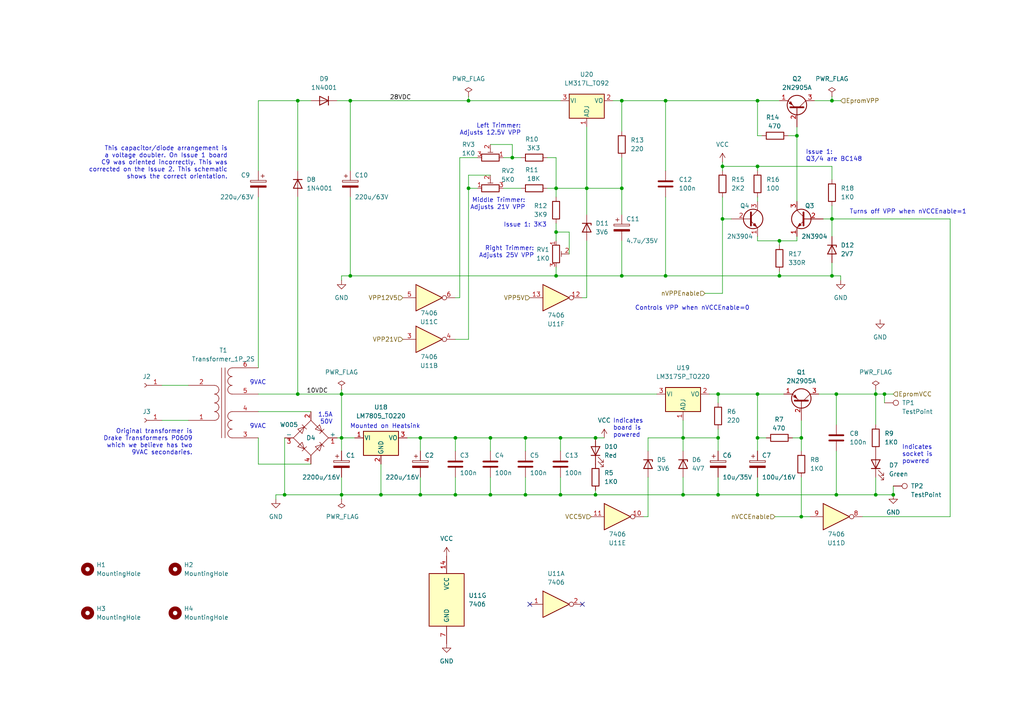
<source format=kicad_sch>
(kicad_sch (version 20211123) (generator eeschema)
  (paper "A4")
  (lib_symbols
    (symbol "74xx:74LS06" (pin_names (offset 1.016))
      (property "Reference" "U" (at 0 1.27 0))
      (property "Value" "74LS06" (at 0 -1.27 0))
      (symbol "74LS06_1_0"
        (polyline (pts (xy -3.81 3.81) (xy -3.81 -3.81) (xy 3.81 0) (xy -3.81 3.81)) (stroke (width 0.254)) (fill (type background)))
        (pin input line (at -7.62 0 0) (length 3.81) (name "~") (number "1"))
        (pin open_collector inverted (at 7.62 0 180) (length 3.81) (name "~") (number "2"))
      )
      (symbol "74LS06_2_0"
        (polyline (pts (xy -3.81 3.81) (xy -3.81 -3.81) (xy 3.81 0) (xy -3.81 3.81)) (stroke (width 0.254)) (fill (type background)))
        (pin input line (at -7.62 0 0) (length 3.81) (name "~") (number "3"))
        (pin open_collector inverted (at 7.62 0 180) (length 3.81) (name "~") (number "4"))
      )
      (symbol "74LS06_3_0"
        (polyline (pts (xy -3.81 3.81) (xy -3.81 -3.81) (xy 3.81 0) (xy -3.81 3.81)) (stroke (width 0.254)) (fill (type background)))
        (pin input line (at -7.62 0 0) (length 3.81) (name "~") (number "5"))
        (pin open_collector inverted (at 7.62 0 180) (length 3.81) (name "~") (number "6"))
      )
      (symbol "74LS06_4_0"
        (polyline (pts (xy -3.81 3.81) (xy -3.81 -3.81) (xy 3.81 0) (xy -3.81 3.81)) (stroke (width 0.254)) (fill (type background)))
        (pin open_collector inverted (at 7.62 0 180) (length 3.81) (name "~") (number "8"))
        (pin input line (at -7.62 0 0) (length 3.81) (name "~") (number "9"))
      )
      (symbol "74LS06_5_0"
        (polyline (pts (xy -3.81 3.81) (xy -3.81 -3.81) (xy 3.81 0) (xy -3.81 3.81)) (stroke (width 0.254)) (fill (type background)))
        (pin open_collector inverted (at 7.62 0 180) (length 3.81) (name "~") (number "10"))
        (pin input line (at -7.62 0 0) (length 3.81) (name "~") (number "11"))
      )
      (symbol "74LS06_6_0"
        (polyline (pts (xy -3.81 3.81) (xy -3.81 -3.81) (xy 3.81 0) (xy -3.81 3.81)) (stroke (width 0.254)) (fill (type background)))
        (pin open_collector inverted (at 7.62 0 180) (length 3.81) (name "~") (number "12"))
        (pin input line (at -7.62 0 0) (length 3.81) (name "~") (number "13"))
      )
      (symbol "74LS06_7_0"
        (pin power_in line (at 0 12.7 270) (length 5.08) (name "VCC") (number "14"))
        (pin power_in line (at 0 -12.7 90) (length 5.08) (name "GND") (number "7"))
      )
      (symbol "74LS06_7_1"
        (rectangle (start -5.08 7.62) (end 5.08 -7.62) (stroke (width 0.254)) (fill (type background)))
      )
    )
    (symbol "Connector:Conn_01x01_Female" (pin_names (offset 1.016) hide)
      (property "Reference" "J" (at 0 2.54 0))
      (property "Value" "Conn_01x01_Female" (at 0 -2.54 0))
      (symbol "Conn_01x01_Female_1_1"
        (polyline (pts (xy -1.27 0) (xy -0.508 0)) (stroke (width 0.1524)))
        (arc (start 0 0.508) (mid -0.508 0) (end 0 -0.508) (stroke (width 0.1524)))
        (pin passive line (at -5.08 0 0) (length 3.81) (name "Pin_1") (number "1"))
      )
    )
    (symbol "Connector:TestPoint" (pin_numbers hide) (pin_names (offset 0.762) hide)
      (property "Reference" "TP" (at 0 6.858 0))
      (property "Value" "TestPoint" (at 0 5.08 0))
      (symbol "TestPoint_0_1"
        (circle (center 0 3.302) (radius 0.762))
      )
      (symbol "TestPoint_1_1"
        (pin passive line (at 0 0 90) (length 2.54) (name "1") (number "1"))
      )
    )
    (symbol "Device:C" (pin_numbers hide) (pin_names (offset 0.254))
      (property "Reference" "C" (at 0.635 2.54 0))
      (property "Value" "C" (at 0.635 -2.54 0))
      (symbol "C_0_1"
        (polyline (pts (xy -2.032 -0.762) (xy 2.032 -0.762)) (stroke (width 0.508)))
        (polyline (pts (xy -2.032 0.762) (xy 2.032 0.762)) (stroke (width 0.508)))
      )
      (symbol "C_1_1"
        (pin passive line (at 0 3.81 270) (length 2.794) (name "~") (number "1"))
        (pin passive line (at 0 -3.81 90) (length 2.794) (name "~") (number "2"))
      )
    )
    (symbol "Device:C_Polarized" (pin_numbers hide) (pin_names (offset 0.254))
      (property "Reference" "C" (at 0.635 2.54 0))
      (property "Value" "C_Polarized" (at 0.635 -2.54 0))
      (symbol "C_Polarized_0_1"
        (rectangle (start -2.286 0.508) (end 2.286 1.016))
        (polyline (pts (xy -1.778 2.286) (xy -0.762 2.286)))
        (polyline (pts (xy -1.27 2.794) (xy -1.27 1.778)))
        (rectangle (start 2.286 -0.508) (end -2.286 -1.016) (fill (type outline)))
      )
      (symbol "C_Polarized_1_1"
        (pin passive line (at 0 3.81 270) (length 2.794) (name "~") (number "1"))
        (pin passive line (at 0 -3.81 90) (length 2.794) (name "~") (number "2"))
      )
    )
    (symbol "Device:D_Zener" (pin_numbers hide) (pin_names (offset 1.016) hide)
      (property "Reference" "D" (at 0 2.54 0))
      (property "Value" "D_Zener" (at 0 -2.54 0))
      (symbol "D_Zener_0_1"
        (polyline (pts (xy 1.27 0) (xy -1.27 0)))
        (polyline (pts (xy -1.27 -1.27) (xy -1.27 1.27) (xy -0.762 1.27)) (stroke (width 0.254)))
        (polyline (pts (xy 1.27 -1.27) (xy 1.27 1.27) (xy -1.27 0) (xy 1.27 -1.27)) (stroke (width 0.254)))
      )
      (symbol "D_Zener_1_1"
        (pin passive line (at -3.81 0 0) (length 2.54) (name "K") (number "1"))
        (pin passive line (at 3.81 0 180) (length 2.54) (name "A") (number "2"))
      )
    )
    (symbol "Device:LED" (pin_numbers hide) (pin_names (offset 1.016) hide)
      (property "Reference" "D" (at 0 2.54 0))
      (property "Value" "LED" (at 0 -2.54 0))
      (symbol "LED_0_1"
        (polyline (pts (xy -1.27 -1.27) (xy -1.27 1.27)) (stroke (width 0.254)))
        (polyline (pts (xy -1.27 0) (xy 1.27 0)))
        (polyline (pts (xy 1.27 -1.27) (xy 1.27 1.27) (xy -1.27 0) (xy 1.27 -1.27)) (stroke (width 0.254)))
        (polyline (pts (xy -3.048 -0.762) (xy -4.572 -2.286) (xy -3.81 -2.286) (xy -4.572 -2.286) (xy -4.572 -1.524)))
        (polyline (pts (xy -1.778 -0.762) (xy -3.302 -2.286) (xy -2.54 -2.286) (xy -3.302 -2.286) (xy -3.302 -1.524)))
      )
      (symbol "LED_1_1"
        (pin passive line (at -3.81 0 0) (length 2.54) (name "K") (number "1"))
        (pin passive line (at 3.81 0 180) (length 2.54) (name "A") (number "2"))
      )
    )
    (symbol "Device:R" (pin_numbers hide) (pin_names (offset 0))
      (property "Reference" "R" (at 2.032 0 90))
      (property "Value" "R" (at 0 0 90))
      (symbol "R_0_1"
        (rectangle (start -1.016 -2.54) (end 1.016 2.54) (stroke (width 0.254)))
      )
      (symbol "R_1_1"
        (pin passive line (at 0 3.81 270) (length 1.27) (name "~") (number "1"))
        (pin passive line (at 0 -3.81 90) (length 1.27) (name "~") (number "2"))
      )
    )
    (symbol "Device:R_Potentiometer_Trim" (pin_names (offset 1.016) hide)
      (property "Reference" "RV" (at -4.445 0 90))
      (property "Value" "R_Potentiometer_Trim" (at -2.54 0 90))
      (symbol "R_Potentiometer_Trim_0_1"
        (polyline (pts (xy 1.524 0.762) (xy 1.524 -0.762)))
        (polyline (pts (xy 2.54 0) (xy 1.524 0)))
        (rectangle (start 1.016 2.54) (end -1.016 -2.54) (stroke (width 0.254)))
      )
      (symbol "R_Potentiometer_Trim_1_1"
        (pin passive line (at 0 3.81 270) (length 1.27) (name "1") (number "1"))
        (pin passive line (at 3.81 0 180) (length 1.27) (name "2") (number "2"))
        (pin passive line (at 0 -3.81 90) (length 1.27) (name "3") (number "3"))
      )
    )
    (symbol "Device:Transformer_1P_2S" (pin_names (offset 1.016) hide)
      (property "Reference" "T" (at 0 12.7 0))
      (property "Value" "Transformer_1P_2S" (at 0 -12.7 0))
      (symbol "Transformer_1P_2S_0_1"
        (arc (start -2.54 -5.0546) (mid -1.6599 -4.6901) (end -1.27 -3.81))
        (arc (start -2.54 -2.5146) (mid -1.6599 -2.1501) (end -1.27 -1.27))
        (arc (start -2.54 0.0254) (mid -1.6599 0.3899) (end -1.27 1.27))
        (arc (start -2.54 2.5654) (mid -1.6599 2.9299) (end -1.27 3.81))
        (arc (start -1.27 -3.81) (mid -1.642 -2.912) (end -2.54 -2.54))
        (arc (start -1.27 -1.27) (mid -1.642 -0.372) (end -2.54 0))
        (arc (start -1.27 1.27) (mid -1.642 2.168) (end -2.54 2.54))
        (arc (start -1.27 3.81) (mid -1.642 4.708) (end -2.54 5.08))
        (polyline (pts (xy -0.508 -10.16) (xy -0.508 10.16)))
        (polyline (pts (xy 0.508 10.16) (xy 0.508 -10.16)))
        (arc (start 1.2954 -8.89) (mid 1.6599 -9.7701) (end 2.54 -10.1346))
        (arc (start 1.2954 -6.35) (mid 1.6599 -7.2301) (end 2.54 -7.5946))
        (arc (start 1.2954 -3.81) (mid 1.6599 -4.6901) (end 2.54 -5.0546))
        (arc (start 1.2954 3.81) (mid 1.6599 2.9299) (end 2.54 2.5654))
        (arc (start 1.2954 6.35) (mid 1.6599 5.4699) (end 2.54 5.1054))
        (arc (start 1.2954 8.89) (mid 1.6599 8.0099) (end 2.54 7.6454))
        (arc (start 2.54 -7.62) (mid 1.642 -7.992) (end 1.2954 -8.89))
        (arc (start 2.54 -5.08) (mid 1.642 -5.452) (end 1.2954 -6.35))
        (arc (start 2.54 -2.54) (mid 1.642 -2.912) (end 1.2954 -3.81))
        (arc (start 2.54 5.08) (mid 1.642 4.708) (end 1.2954 3.81))
        (arc (start 2.54 7.62) (mid 1.642 7.248) (end 1.2954 6.35))
        (arc (start 2.54 10.16) (mid 1.642 9.788) (end 1.2954 8.89))
      )
      (symbol "Transformer_1P_2S_1_1"
        (pin passive line (at -10.16 5.08 0) (length 7.62) (name "AA") (number "1"))
        (pin passive line (at -10.16 -5.08 0) (length 7.62) (name "AB") (number "2"))
        (pin passive line (at 10.16 10.16 180) (length 7.62) (name "SA") (number "3"))
        (pin passive line (at 10.16 2.54 180) (length 7.62) (name "SB") (number "4"))
        (pin passive line (at 10.16 -2.54 180) (length 7.62) (name "SC") (number "5"))
        (pin passive line (at 10.16 -10.16 180) (length 7.62) (name "SD") (number "6"))
      )
    )
    (symbol "Diode:1N4001" (pin_numbers hide) (pin_names hide)
      (property "Reference" "D" (at 0 2.54 0))
      (property "Value" "1N4001" (at 0 -2.54 0))
      (symbol "1N4001_0_1"
        (polyline (pts (xy -1.27 1.27) (xy -1.27 -1.27)) (stroke (width 0.254)))
        (polyline (pts (xy 1.27 0) (xy -1.27 0)))
        (polyline (pts (xy 1.27 1.27) (xy 1.27 -1.27) (xy -1.27 0) (xy 1.27 1.27)) (stroke (width 0.254)))
      )
      (symbol "1N4001_1_1"
        (pin passive line (at -3.81 0 0) (length 2.54) (name "K") (number "1"))
        (pin passive line (at 3.81 0 180) (length 2.54) (name "A") (number "2"))
      )
    )
    (symbol "Diode_Bridge:W005G" (pin_names (offset 0))
      (property "Reference" "D" (at 2.54 6.985 0))
      (property "Value" "W005G" (at 2.54 5.08 0))
      (symbol "W005G_0_1"
        (polyline (pts (xy -2.54 3.81) (xy -1.27 2.54)))
        (polyline (pts (xy -1.27 -2.54) (xy -2.54 -3.81)))
        (polyline (pts (xy 2.54 -1.27) (xy 3.81 -2.54)))
        (polyline (pts (xy 2.54 1.27) (xy 3.81 2.54)))
        (polyline (pts (xy -3.81 2.54) (xy -2.54 1.27) (xy -1.905 3.175) (xy -3.81 2.54)))
        (polyline (pts (xy -2.54 -1.27) (xy -3.81 -2.54) (xy -1.905 -3.175) (xy -2.54 -1.27)))
        (polyline (pts (xy 1.27 2.54) (xy 2.54 3.81) (xy 3.175 1.905) (xy 1.27 2.54)))
        (polyline (pts (xy 3.175 -1.905) (xy 1.27 -2.54) (xy 2.54 -3.81) (xy 3.175 -1.905)))
        (polyline (pts (xy -5.08 0) (xy 0 -5.08) (xy 5.08 0) (xy 0 5.08) (xy -5.08 0)))
      )
      (symbol "W005G_1_1"
        (pin passive line (at 7.62 0 180) (length 2.54) (name "+") (number "1"))
        (pin passive line (at 0 -7.62 90) (length 2.54) (name "~") (number "2"))
        (pin passive line (at -7.62 0 0) (length 2.54) (name "-") (number "3"))
        (pin passive line (at 0 7.62 270) (length 2.54) (name "~") (number "4"))
      )
    )
    (symbol "Mechanical:MountingHole" (pin_names (offset 1.016))
      (property "Reference" "H" (at 0 5.08 0))
      (property "Value" "MountingHole" (at 0 3.175 0))
      (symbol "MountingHole_0_1"
        (circle (center 0 0) (radius 1.27) (stroke (width 1.27)))
      )
    )
    (symbol "Regulator_Linear:LM317L_TO92" (pin_names (offset 0.254))
      (property "Reference" "U" (at -3.81 3.175 0))
      (property "Value" "LM317L_TO92" (at 0 3.175 0))
      (symbol "LM317L_TO92_0_1"
        (rectangle (start -5.08 1.905) (end 5.08 -5.08) (stroke (width 0.254)) (fill (type background)))
      )
      (symbol "LM317L_TO92_1_1"
        (pin input line (at 0 -7.62 90) (length 2.54) (name "ADJ") (number "1"))
        (pin power_out line (at 7.62 0 180) (length 2.54) (name "VO") (number "2"))
        (pin power_in line (at -7.62 0 0) (length 2.54) (name "VI") (number "3"))
      )
    )
    (symbol "Regulator_Linear:LM317_TO-220" (pin_names (offset 0.254))
      (property "Reference" "U" (at -3.81 3.175 0))
      (property "Value" "LM317_TO-220" (at 0 3.175 0))
      (symbol "LM317_TO-220_0_1"
        (rectangle (start -5.08 1.905) (end 5.08 -5.08) (stroke (width 0.254)) (fill (type background)))
      )
      (symbol "LM317_TO-220_1_1"
        (pin input line (at 0 -7.62 90) (length 2.54) (name "ADJ") (number "1"))
        (pin power_out line (at 7.62 0 180) (length 2.54) (name "VO") (number "2"))
        (pin power_in line (at -7.62 0 0) (length 2.54) (name "VI") (number "3"))
      )
    )
    (symbol "Regulator_Linear:LM7805_TO220" (pin_names (offset 0.254))
      (property "Reference" "U" (at -3.81 3.175 0))
      (property "Value" "LM7805_TO220" (at 0 3.175 0))
      (symbol "LM7805_TO220_0_1"
        (rectangle (start -5.08 1.905) (end 5.08 -5.08) (stroke (width 0.254)) (fill (type background)))
      )
      (symbol "LM7805_TO220_1_1"
        (pin power_in line (at -7.62 0 0) (length 2.54) (name "VI") (number "1"))
        (pin power_in line (at 0 -7.62 90) (length 2.54) (name "GND") (number "2"))
        (pin power_out line (at 7.62 0 180) (length 2.54) (name "VO") (number "3"))
      )
    )
    (symbol "Transistor_BJT:2N3904" (pin_names (offset 0) hide)
      (property "Reference" "Q" (at 5.08 1.905 0))
      (property "Value" "2N3904" (at 5.08 0 0))
      (symbol "2N3904_0_1"
        (polyline (pts (xy 0.635 0.635) (xy 2.54 2.54)))
        (polyline (pts (xy 0.635 -0.635) (xy 2.54 -2.54) (xy 2.54 -2.54)))
        (polyline (pts (xy 0.635 1.905) (xy 0.635 -1.905) (xy 0.635 -1.905)) (stroke (width 0.508)))
        (polyline (pts (xy 1.27 -1.778) (xy 1.778 -1.27) (xy 2.286 -2.286) (xy 1.27 -1.778) (xy 1.27 -1.778)) (fill (type outline)))
        (circle (center 1.27 0) (radius 2.8194) (stroke (width 0.254)))
      )
      (symbol "2N3904_1_1"
        (pin passive line (at 2.54 -5.08 90) (length 2.54) (name "E") (number "1"))
        (pin passive line (at -5.08 0 0) (length 5.715) (name "B") (number "2"))
        (pin passive line (at 2.54 5.08 270) (length 2.54) (name "C") (number "3"))
      )
    )
    (symbol "Transistor_BJT:BC160" (pin_names (offset 0) hide)
      (property "Reference" "Q" (at 5.08 1.905 0))
      (property "Value" "BC160" (at 5.08 0 0))
      (symbol "BC160_0_1"
        (polyline (pts (xy 0.635 0.635) (xy 2.54 2.54)))
        (polyline (pts (xy 0.635 -0.635) (xy 2.54 -2.54) (xy 2.54 -2.54)))
        (polyline (pts (xy 0.635 1.905) (xy 0.635 -1.905) (xy 0.635 -1.905)) (stroke (width 0.508)))
        (polyline (pts (xy 2.286 -1.778) (xy 1.778 -2.286) (xy 1.27 -1.27) (xy 2.286 -1.778) (xy 2.286 -1.778)) (fill (type outline)))
        (circle (center 1.27 0) (radius 2.8194) (stroke (width 0.254)))
      )
      (symbol "BC160_1_1"
        (pin passive line (at 2.54 -5.08 90) (length 2.54) (name "E") (number "1"))
        (pin input line (at -5.08 0 0) (length 5.715) (name "B") (number "2"))
        (pin passive line (at 2.54 5.08 270) (length 2.54) (name "C") (number "3"))
      )
    )
    (symbol "power:GND" (power) (pin_names (offset 0))
      (property "Value" "GND" (at 0 -3.81 0))
      (symbol "GND_0_1"
        (polyline (pts (xy 0 0) (xy 0 -1.27) (xy 1.27 -1.27) (xy 0 -2.54) (xy -1.27 -1.27) (xy 0 -1.27)))
      )
      (symbol "GND_1_1"
        (pin power_in line (at 0 0 270) (length 0) hide (name "GND") (number "1"))
      )
    )
    (symbol "power:PWR_FLAG" (power) (pin_numbers hide) (pin_names (offset 0) hide)
      (property "Value" "PWR_FLAG" (at 0 3.81 0))
      (symbol "PWR_FLAG_0_0"
        (pin power_out line (at 0 0 90) (length 0) (name "pwr") (number "1"))
      )
      (symbol "PWR_FLAG_0_1"
        (polyline (pts (xy 0 0) (xy 0 1.27) (xy -1.016 1.905) (xy 0 2.54) (xy 1.016 1.905) (xy 0 1.27)))
      )
    )
    (symbol "power:VCC" (power) (pin_names (offset 0))
      (property "Value" "VCC" (at 0 3.81 0))
      (symbol "VCC_0_1"
        (polyline (pts (xy -0.762 1.27) (xy 0 2.54)))
        (polyline (pts (xy 0 0) (xy 0 2.54)))
        (polyline (pts (xy 0 2.54) (xy 0.762 1.27)))
      )
      (symbol "VCC_1_1"
        (pin power_in line (at 0 0 90) (length 0) hide (name "VCC") (number "1"))
      )
    )
  )
  (junction (at 161.29 54.61))
  (junction (at 162.56 127))
  (junction (at 231.14 39.37))
  (junction (at 99.06 127))
  (junction (at 152.4 127))
  (junction (at 161.29 80.01))
  (junction (at 198.12 143.51))
  (junction (at 152.4 143.51))
  (junction (at 242.57 143.51))
  (junction (at 209.55 63.5))
  (junction (at 232.41 127))
  (junction (at 86.36 29.21))
  (junction (at 219.71 127))
  (junction (at 110.49 143.51))
  (junction (at 172.72 143.51))
  (junction (at 101.6 29.21))
  (junction (at 121.92 127))
  (junction (at 241.3 80.01))
  (junction (at 219.71 48.26))
  (junction (at 161.29 67.31))
  (junction (at 259.08 143.51))
  (junction (at 209.55 48.26))
  (junction (at 86.36 114.3))
  (junction (at 132.08 143.51))
  (junction (at 135.89 29.21))
  (junction (at 148.59 45.72))
  (junction (at 193.04 29.21))
  (junction (at 241.3 63.5))
  (junction (at 99.06 114.3))
  (junction (at 254 114.3))
  (junction (at 99.06 143.51))
  (junction (at 256.54 114.3))
  (junction (at 101.6 80.01))
  (junction (at 219.71 114.3))
  (junction (at 219.71 143.51))
  (junction (at 219.71 29.21))
  (junction (at 121.92 143.51))
  (junction (at 142.24 127))
  (junction (at 226.06 69.85))
  (junction (at 172.72 127))
  (junction (at 180.34 54.61))
  (junction (at 180.34 80.01))
  (junction (at 198.12 127))
  (junction (at 232.41 149.86))
  (junction (at 135.89 54.61))
  (junction (at 208.28 127))
  (junction (at 162.56 143.51))
  (junction (at 82.55 143.51))
  (junction (at 254 143.51))
  (junction (at 208.28 114.3))
  (junction (at 142.24 143.51))
  (junction (at 226.06 80.01))
  (junction (at 241.3 29.21))
  (junction (at 180.34 29.21))
  (junction (at 170.18 54.61))
  (junction (at 242.57 114.3))
  (junction (at 193.04 80.01))
  (junction (at 132.08 127))
  (junction (at 208.28 143.51))
  (no_connect (at 168.91 175.26))
  (no_connect (at 153.67 175.26))
  (wire (pts (xy 110.49 143.51) (xy 121.92 143.51)))
  (wire (pts (xy 101.6 29.21) (xy 97.79 29.21)))
  (wire (pts (xy 180.34 69.85) (xy 180.34 80.01)))
  (wire (pts (xy 86.36 57.15) (xy 86.36 114.3)))
  (wire (pts (xy 142.24 50.8) (xy 135.89 50.8)))
  (wire (pts (xy 121.92 138.43) (xy 121.92 143.51)))
  (wire (pts (xy 232.41 127) (xy 232.41 121.92)))
  (wire (pts (xy 74.93 127) (xy 74.93 134.62)))
  (wire (pts (xy 241.3 80.01) (xy 241.3 76.2)))
  (wire (pts (xy 242.57 114.3) (xy 254 114.3)))
  (wire (pts (xy 256.54 114.3) (xy 256.54 116.84)))
  (wire (pts (xy 86.36 29.21) (xy 86.36 49.53)))
  (wire (pts (xy 229.87 127) (xy 232.41 127)))
  (wire (pts (xy 275.59 149.86) (xy 275.59 63.5)))
  (wire (pts (xy 133.35 45.72) (xy 133.35 86.36)))
  (wire (pts (xy 99.06 114.3) (xy 99.06 127)))
  (wire (pts (xy 133.35 86.36) (xy 132.08 86.36)))
  (wire (pts (xy 209.55 63.5) (xy 209.55 85.09)))
  (wire (pts (xy 99.06 138.43) (xy 99.06 143.51)))
  (wire (pts (xy 148.59 45.72) (xy 146.05 45.72)))
  (wire (pts (xy 99.06 114.3) (xy 190.5 114.3)))
  (wire (pts (xy 110.49 134.62) (xy 110.49 143.51)))
  (wire (pts (xy 205.74 114.3) (xy 208.28 114.3)))
  (wire (pts (xy 101.6 80.01) (xy 161.29 80.01)))
  (wire (pts (xy 142.24 138.43) (xy 142.24 143.51)))
  (wire (pts (xy 99.06 144.78) (xy 99.06 143.51)))
  (wire (pts (xy 82.55 143.51) (xy 99.06 143.51)))
  (wire (pts (xy 224.79 149.86) (xy 232.41 149.86)))
  (wire (pts (xy 161.29 80.01) (xy 180.34 80.01)))
  (wire (pts (xy 101.6 29.21) (xy 101.6 49.53)))
  (wire (pts (xy 132.08 138.43) (xy 132.08 143.51)))
  (wire (pts (xy 161.29 67.31) (xy 161.29 64.77)))
  (wire (pts (xy 168.91 86.36) (xy 170.18 86.36)))
  (wire (pts (xy 133.35 45.72) (xy 138.43 45.72)))
  (wire (pts (xy 158.75 45.72) (xy 161.29 45.72)))
  (wire (pts (xy 74.93 29.21) (xy 74.93 49.53)))
  (wire (pts (xy 241.3 27.94) (xy 241.3 29.21)))
  (wire (pts (xy 165.1 67.31) (xy 161.29 67.31)))
  (wire (pts (xy 259.08 140.97) (xy 259.08 143.51)))
  (wire (pts (xy 209.55 48.26) (xy 219.71 48.26)))
  (wire (pts (xy 132.08 143.51) (xy 142.24 143.51)))
  (wire (pts (xy 219.71 29.21) (xy 219.71 39.37)))
  (wire (pts (xy 198.12 143.51) (xy 208.28 143.51)))
  (wire (pts (xy 219.71 68.58) (xy 219.71 69.85)))
  (wire (pts (xy 208.28 130.81) (xy 208.28 127)))
  (wire (pts (xy 193.04 57.15) (xy 193.04 80.01)))
  (wire (pts (xy 99.06 80.01) (xy 99.06 81.28)))
  (wire (pts (xy 121.92 143.51) (xy 132.08 143.51)))
  (wire (pts (xy 74.93 114.3) (xy 86.36 114.3)))
  (wire (pts (xy 86.36 29.21) (xy 90.17 29.21)))
  (wire (pts (xy 46.99 111.76) (xy 54.61 111.76)))
  (wire (pts (xy 238.76 63.5) (xy 241.3 63.5)))
  (wire (pts (xy 220.98 39.37) (xy 219.71 39.37)))
  (wire (pts (xy 219.71 48.26) (xy 241.3 48.26)))
  (wire (pts (xy 180.34 29.21) (xy 193.04 29.21)))
  (wire (pts (xy 186.69 149.86) (xy 187.96 149.86)))
  (wire (pts (xy 208.28 127) (xy 198.12 127)))
  (wire (pts (xy 208.28 124.46) (xy 208.28 127)))
  (wire (pts (xy 170.18 69.85) (xy 170.18 86.36)))
  (wire (pts (xy 172.72 142.24) (xy 172.72 143.51)))
  (wire (pts (xy 180.34 80.01) (xy 193.04 80.01)))
  (wire (pts (xy 162.56 127) (xy 152.4 127)))
  (wire (pts (xy 161.29 54.61) (xy 170.18 54.61)))
  (wire (pts (xy 132.08 127) (xy 142.24 127)))
  (wire (pts (xy 161.29 80.01) (xy 161.29 77.47)))
  (wire (pts (xy 219.71 49.53) (xy 219.71 48.26)))
  (wire (pts (xy 161.29 54.61) (xy 161.29 57.15)))
  (wire (pts (xy 158.75 54.61) (xy 161.29 54.61)))
  (wire (pts (xy 228.6 39.37) (xy 231.14 39.37)))
  (wire (pts (xy 187.96 138.43) (xy 187.96 149.86)))
  (wire (pts (xy 74.93 119.38) (xy 90.17 119.38)))
  (wire (pts (xy 226.06 69.85) (xy 231.14 69.85)))
  (wire (pts (xy 86.36 114.3) (xy 99.06 114.3)))
  (wire (pts (xy 101.6 57.15) (xy 101.6 80.01)))
  (wire (pts (xy 231.14 39.37) (xy 231.14 36.83)))
  (wire (pts (xy 209.55 49.53) (xy 209.55 48.26)))
  (wire (pts (xy 209.55 63.5) (xy 212.09 63.5)))
  (wire (pts (xy 74.93 134.62) (xy 90.17 134.62)))
  (wire (pts (xy 241.3 48.26) (xy 241.3 52.07)))
  (wire (pts (xy 152.4 138.43) (xy 152.4 143.51)))
  (wire (pts (xy 219.71 69.85) (xy 226.06 69.85)))
  (wire (pts (xy 121.92 127) (xy 121.92 130.81)))
  (wire (pts (xy 180.34 62.23) (xy 180.34 54.61)))
  (wire (pts (xy 231.14 39.37) (xy 231.14 58.42)))
  (wire (pts (xy 198.12 127) (xy 198.12 130.81)))
  (wire (pts (xy 74.93 57.15) (xy 74.93 106.68)))
  (wire (pts (xy 254 114.3) (xy 254 123.19)))
  (wire (pts (xy 256.54 114.3) (xy 259.08 114.3)))
  (wire (pts (xy 193.04 29.21) (xy 219.71 29.21)))
  (wire (pts (xy 232.41 149.86) (xy 234.95 149.86)))
  (wire (pts (xy 219.71 127) (xy 219.71 130.81)))
  (wire (pts (xy 219.71 29.21) (xy 226.06 29.21)))
  (wire (pts (xy 232.41 138.43) (xy 232.41 149.86)))
  (wire (pts (xy 226.06 80.01) (xy 241.3 80.01)))
  (wire (pts (xy 187.96 130.81) (xy 187.96 127)))
  (wire (pts (xy 198.12 143.51) (xy 198.12 138.43)))
  (wire (pts (xy 82.55 143.51) (xy 80.01 143.51)))
  (wire (pts (xy 142.24 127) (xy 142.24 130.81)))
  (wire (pts (xy 161.29 45.72) (xy 161.29 54.61)))
  (wire (pts (xy 172.72 143.51) (xy 198.12 143.51)))
  (wire (pts (xy 132.08 127) (xy 132.08 130.81)))
  (wire (pts (xy 254 113.03) (xy 254 114.3)))
  (wire (pts (xy 180.34 29.21) (xy 180.34 38.1)))
  (wire (pts (xy 208.28 138.43) (xy 208.28 143.51)))
  (wire (pts (xy 80.01 143.51) (xy 80.01 144.78)))
  (wire (pts (xy 170.18 54.61) (xy 170.18 62.23)))
  (wire (pts (xy 241.3 63.5) (xy 275.59 63.5)))
  (wire (pts (xy 135.89 27.94) (xy 135.89 29.21)))
  (wire (pts (xy 241.3 63.5) (xy 241.3 68.58)))
  (wire (pts (xy 148.59 45.72) (xy 151.13 45.72)))
  (wire (pts (xy 170.18 36.83) (xy 170.18 54.61)))
  (wire (pts (xy 162.56 138.43) (xy 162.56 143.51)))
  (wire (pts (xy 99.06 113.03) (xy 99.06 114.3)))
  (wire (pts (xy 148.59 41.91) (xy 148.59 45.72)))
  (wire (pts (xy 180.34 54.61) (xy 170.18 54.61)))
  (wire (pts (xy 241.3 59.69) (xy 241.3 63.5)))
  (wire (pts (xy 193.04 29.21) (xy 193.04 49.53)))
  (wire (pts (xy 97.79 127) (xy 99.06 127)))
  (wire (pts (xy 161.29 67.31) (xy 161.29 69.85)))
  (wire (pts (xy 231.14 69.85) (xy 231.14 68.58)))
  (wire (pts (xy 121.92 127) (xy 132.08 127)))
  (wire (pts (xy 165.1 73.66) (xy 165.1 67.31)))
  (wire (pts (xy 219.71 143.51) (xy 242.57 143.51)))
  (wire (pts (xy 99.06 127) (xy 102.87 127)))
  (wire (pts (xy 198.12 121.92) (xy 198.12 127)))
  (wire (pts (xy 180.34 45.72) (xy 180.34 54.61)))
  (wire (pts (xy 142.24 143.51) (xy 152.4 143.51)))
  (wire (pts (xy 135.89 54.61) (xy 135.89 98.425)))
  (wire (pts (xy 241.3 80.01) (xy 243.84 80.01)))
  (wire (pts (xy 219.71 143.51) (xy 219.71 138.43)))
  (wire (pts (xy 242.57 114.3) (xy 242.57 123.19)))
  (wire (pts (xy 250.19 149.86) (xy 275.59 149.86)))
  (wire (pts (xy 219.71 127) (xy 222.25 127)))
  (wire (pts (xy 118.11 127) (xy 121.92 127)))
  (wire (pts (xy 241.3 29.21) (xy 243.84 29.21)))
  (wire (pts (xy 254 138.43) (xy 254 143.51)))
  (wire (pts (xy 209.55 46.99) (xy 209.55 48.26)))
  (wire (pts (xy 152.4 143.51) (xy 162.56 143.51)))
  (wire (pts (xy 219.71 57.15) (xy 219.71 58.42)))
  (wire (pts (xy 162.56 127) (xy 162.56 130.81)))
  (wire (pts (xy 99.06 143.51) (xy 110.49 143.51)))
  (wire (pts (xy 172.72 127) (xy 175.26 127)))
  (wire (pts (xy 101.6 29.21) (xy 135.89 29.21)))
  (wire (pts (xy 135.89 98.425) (xy 132.08 98.425)))
  (wire (pts (xy 208.28 114.3) (xy 208.28 116.84)))
  (wire (pts (xy 142.24 41.91) (xy 148.59 41.91)))
  (wire (pts (xy 242.57 130.81) (xy 242.57 143.51)))
  (wire (pts (xy 187.96 127) (xy 198.12 127)))
  (wire (pts (xy 226.06 69.85) (xy 226.06 71.12)))
  (wire (pts (xy 237.49 114.3) (xy 242.57 114.3)))
  (wire (pts (xy 209.55 57.15) (xy 209.55 63.5)))
  (wire (pts (xy 193.04 80.01) (xy 226.06 80.01)))
  (wire (pts (xy 226.06 78.74) (xy 226.06 80.01)))
  (wire (pts (xy 242.57 143.51) (xy 254 143.51)))
  (wire (pts (xy 162.56 143.51) (xy 172.72 143.51)))
  (wire (pts (xy 208.28 143.51) (xy 219.71 143.51)))
  (wire (pts (xy 135.89 54.61) (xy 138.43 54.61)))
  (wire (pts (xy 142.24 127) (xy 152.4 127)))
  (wire (pts (xy 101.6 80.01) (xy 99.06 80.01)))
  (wire (pts (xy 219.71 114.3) (xy 219.71 127)))
  (wire (pts (xy 243.84 80.01) (xy 243.84 81.28)))
  (wire (pts (xy 152.4 127) (xy 152.4 130.81)))
  (wire (pts (xy 135.89 29.21) (xy 162.56 29.21)))
  (wire (pts (xy 99.06 127) (xy 99.06 130.81)))
  (wire (pts (xy 74.93 29.21) (xy 86.36 29.21)))
  (wire (pts (xy 135.89 50.8) (xy 135.89 54.61)))
  (wire (pts (xy 82.55 127) (xy 82.55 143.51)))
  (wire (pts (xy 204.47 85.09) (xy 209.55 85.09)))
  (wire (pts (xy 46.99 121.92) (xy 54.61 121.92)))
  (wire (pts (xy 177.8 29.21) (xy 180.34 29.21)))
  (wire (pts (xy 146.05 54.61) (xy 151.13 54.61)))
  (wire (pts (xy 232.41 130.81) (xy 232.41 127)))
  (wire (pts (xy 254 143.51) (xy 259.08 143.51)))
  (wire (pts (xy 254 114.3) (xy 256.54 114.3)))
  (wire (pts (xy 236.22 29.21) (xy 241.3 29.21)))
  (wire (pts (xy 162.56 127) (xy 172.72 127)))
  (wire (pts (xy 219.71 114.3) (xy 227.33 114.3)))
  (wire (pts (xy 208.28 114.3) (xy 219.71 114.3)))
  (text "This capacitor/diode arrangement is\na voltage doubler. On Issue 1 board\nC9 was oriented incorrectly. This was\ncorrected on the Issue 2. This schematic\nshows the correct orientation." (at 66.04 52.07 180) (effects (font (size 1.27 1.27)) (justify right bottom)))
  (text "9VAC" (at 72.39 111.76 0) (effects (font (size 1.27 1.27)) (justify left bottom)))
  (text "9VAC" (at 72.39 124.46 0) (effects (font (size 1.27 1.27)) (justify left bottom)))
  (text "Right Trimmer:\nAdjusts 25V VPP" (at 154.94 74.93 180) (effects (font (size 1.27 1.27)) (justify right bottom)))
  (text "Issue 1: 3K3" (at 146.05 66.04 0) (effects (font (size 1.27 1.27)) (justify left bottom)))
  (text "Indicates\nsocket is\npowered" (at 261.62 134.62 0) (effects (font (size 1.27 1.27)) (justify left bottom)))
  (text "Mounted on Heatsink" (at 121.92 124.46 180) (effects (font (size 1.27 1.27)) (justify right bottom)))
  (text "Original transformer is\nDrake Transformers P0609\nwhich we believe has two\n9VAC secondaries." (at 55.88 132.08 180) (effects (font (size 1.27 1.27)) (justify right bottom)))
  (text "Indicates\nboard is\npowered" (at 177.8 127 0) (effects (font (size 1.27 1.27)) (justify left bottom)))
  (text "1.5A\n50V" (at 96.52 123.19 180) (effects (font (size 1.27 1.27)) (justify right bottom)))
  (text "Controls VPP when nVCCEnable=0" (at 184.15 90.17 0) (effects (font (size 1.27 1.27)) (justify left bottom)))
  (text "Left Trimmer:\nAdjusts 12.5V VPP" (at 151.13 39.37 180) (effects (font (size 1.27 1.27)) (justify right bottom)))
  (text "Middle Trimmer:\nAdjusts 21V VPP" (at 152.4 60.96 180) (effects (font (size 1.27 1.27)) (justify right bottom)))
  (text "Turns off VPP when nVCCEnable=1" (at 246.38 62.23 0) (effects (font (size 1.27 1.27)) (justify left bottom)))
  (text "Issue 1:\nQ3/4 are BC148" (at 233.68 46.99 0) (effects (font (size 1.27 1.27)) (justify left bottom)))
  (label "28VDC" (at 113.03 29.21 0))
  (label "10VDC" (at 88.9 114.3 0))
  (hierarchical_label "VPP12V5" (shape input) (at 116.84 86.36 180))
  (hierarchical_label "VCC5V" (shape input) (at 171.45 149.86 180))
  (hierarchical_label "VPP21V" (shape input) (at 116.84 98.425 180))
  (hierarchical_label "EpromVCC" (shape input) (at 259.08 114.3 0))
  (hierarchical_label "nVPPEnable" (shape input) (at 204.47 85.09 180))
  (hierarchical_label "nVCCEnable" (shape input) (at 224.79 149.86 180))
  (hierarchical_label "EpromVPP" (shape input) (at 243.84 29.21 0))
  (hierarchical_label "VPP5V" (shape input) (at 153.67 86.36 180))
  (symbol (lib_id "74xx:74LS06") (at 124.46 86.36 0) (unit 3)
    (property "Reference" "U11" (at 124.46 93.345 0))
    (property "Value" "7406" (at 124.46 90.805 0))
    (property "Footprint" "Package_DIP:DIP-14_W7.62mm" (effects hide))
    (property "Datasheet" "http://www.ti.com/lit/gpn/sn74LS06" (effects hide))
  )
  (symbol (lib_id "Device:C") (at 152.4 134.62 0) (unit 1)
    (property "Reference" "C5" (at 153.67 132.08 0) (effects (justify left)))
    (property "Value" "100n" (at 153.67 137.16 0) (effects (justify left)))
    (property "Footprint" "Capacitor_THT:C_Disc_D4.3mm_W1.9mm_P5.00mm" (effects hide))
  )
  (symbol (lib_id "Diode_Bridge:W005G") (at 90.17 127 0) (mirror x) (unit 1)
    (property "Reference" "D4" (at 90.17 127 0))
    (property "Value" "W005" (at 83.82 123.19 0))
    (property "Footprint" "Diode_THT:Diode_Bridge_Round_D9.0mm" (effects hide))
    (property "Datasheet" "https://www.vishay.com/docs/88769/woo5g.pdf" (effects hide))
  )
  (symbol (lib_id "power:PWR_FLAG") (at 99.06 144.78 0) (mirror x) (unit 1)
    (property "Reference" "#FLG0101" (effects hide))
    (property "Value" "PWR_FLAG" (at 104.14 149.86 0) (effects (justify right)))
  )
  (symbol (lib_id "Regulator_Linear:LM7805_TO220") (at 110.49 127 0) (unit 1)
    (property "Reference" "U18" (at 110.49 118.11 0))
    (property "Value" "LM7805_TO220" (at 110.49 120.65 0))
    (property "Footprint" "Package_TO_SOT_THT:TO-220-3_Vertical" (effects hide))
    (property "Datasheet" "https://www.onsemi.cn/PowerSolutions/document/MC7800-D.PDF" (effects hide))
  )
  (symbol (lib_id "Device:R") (at 172.72 138.43 0) (unit 1)
    (property "Reference" "R5" (at 175.26 137.1599 0) (effects (justify left)))
    (property "Value" "1K0" (at 175.26 139.6999 0) (effects (justify left)))
    (property "Footprint" "custom_footprints:R_Axial_DIN0207_L6.3mm_D2.0mm_P11.43mm_Horizontal" (effects hide))
  )
  (symbol (lib_id "Device:R_Potentiometer_Trim") (at 142.24 45.72 270) (mirror x) (unit 1)
    (property "Reference" "RV3" (at 135.89 41.91 90))
    (property "Value" "1K0" (at 135.89 44.45 90))
    (property "Footprint" "custom_footprints:Potentiometer_Bourns_3339P_Vertical_HandSoldering" (effects hide))
  )
  (symbol (lib_id "Regulator_Linear:LM317_TO-220") (at 198.12 114.3 0) (unit 1)
    (property "Reference" "U19" (at 198.12 106.68 0))
    (property "Value" "LM317SP_TO220" (at 198.12 109.22 0))
    (property "Footprint" "Package_TO_SOT_THT:TO-220-3_Vertical" (effects hide))
    (property "Datasheet" "http://www.ti.com/lit/ds/symlink/lm317.pdf" (effects hide))
  )
  (symbol (lib_id "Device:Transformer_1P_2S") (at 64.77 116.84 0) (mirror x) (unit 1)
    (property "Reference" "T1" (at 64.77 101.6 0))
    (property "Value" "Transformer_1P_2S" (at 64.77 104.14 0))
    (property "Footprint" "custom_footprints:Transformer_drake_p0609" (effects hide))
  )
  (symbol (lib_id "Device:C") (at 162.56 134.62 0) (unit 1)
    (property "Reference" "C13" (at 163.83 132.08 0) (effects (justify left)))
    (property "Value" "100n" (at 163.83 137.16 0) (effects (justify left)))
    (property "Footprint" "Capacitor_THT:C_Disc_D4.3mm_W1.9mm_P5.00mm" (effects hide))
  )
  (symbol (lib_id "power:PWR_FLAG") (at 241.3 27.94 0) (unit 1)
    (property "Reference" "#FLG0105" (effects hide))
    (property "Value" "PWR_FLAG" (at 241.3 22.86 0))
  )
  (symbol (lib_id "power:GND") (at 259.08 143.51 0) (unit 1)
    (property "Reference" "#PWR0137" (effects hide))
    (property "Value" "GND" (at 259.08 148.59 0))
  )
  (symbol (lib_id "Device:C") (at 142.24 134.62 0) (unit 1)
    (property "Reference" "C4" (at 143.51 132.08 0) (effects (justify left)))
    (property "Value" "100n" (at 143.51 137.16 0) (effects (justify left)))
    (property "Footprint" "Capacitor_THT:C_Disc_D4.3mm_W1.9mm_P5.00mm" (effects hide))
  )
  (symbol (lib_id "Device:C_Polarized") (at 74.93 53.34 0) (mirror y) (unit 1)
    (property "Reference" "C9" (at 69.85 50.8 0) (effects (justify right)))
    (property "Value" "220u/63V" (at 73.66 57.15 0) (effects (justify left)))
    (property "Footprint" "Capacitor_THT:CP_Radial_D10.0mm_P5.00mm" (effects hide))
  )
  (symbol (lib_id "74xx:74LS06") (at 179.07 149.86 0) (unit 5)
    (property "Reference" "U11" (at 179.07 157.48 0))
    (property "Value" "7406" (at 179.07 154.94 0))
    (property "Footprint" "Package_DIP:DIP-14_W7.62mm" (effects hide))
    (property "Datasheet" "http://www.ti.com/lit/gpn/sn74LS06" (effects hide))
  )
  (symbol (lib_id "power:GND") (at 255.27 92.71 0) (unit 1)
    (property "Reference" "#PWR0148" (effects hide))
    (property "Value" "GND" (at 255.27 97.79 0))
  )
  (symbol (lib_id "Mechanical:MountingHole") (at 25.4 165.1 0) (unit 1)
    (property "Reference" "H1" (at 27.94 163.8299 0) (effects (justify left)))
    (property "Value" "MountingHole" (at 27.94 166.3699 0) (effects (justify left)))
    (property "Footprint" "MountingHole:MountingHole_2.7mm_M2.5" (effects hide))
  )
  (symbol (lib_id "Device:C_Polarized") (at 121.92 134.62 0) (unit 1)
    (property "Reference" "C2" (at 123.19 132.08 0) (effects (justify left)))
    (property "Value" "220u/16V" (at 111.76 138.43 0) (effects (justify left)))
    (property "Footprint" "Capacitor_THT:CP_Radial_D8.0mm_P5.00mm" (effects hide))
  )
  (symbol (lib_id "Device:R") (at 224.79 39.37 90) (unit 1)
    (property "Reference" "R14" (at 226.06 34.036 90) (effects (justify left)))
    (property "Value" "470" (at 226.568 36.576 90) (effects (justify left)))
    (property "Footprint" "custom_footprints:R_Axial_DIN0207_L6.3mm_D2.0mm_P10.16mm_Horizontal" (effects hide))
  )
  (symbol (lib_id "Device:R_Potentiometer_Trim") (at 161.29 73.66 0) (unit 1)
    (property "Reference" "RV1" (at 157.48 72.39 0))
    (property "Value" "1K0" (at 157.48 74.93 0))
    (property "Footprint" "custom_footprints:Potentiometer_Bourns_3339P_Vertical_HandSoldering" (effects hide))
  )
  (symbol (lib_id "Device:C_Polarized") (at 101.6 53.34 0) (unit 1)
    (property "Reference" "C10" (at 102.87 50.8 0) (effects (justify left)))
    (property "Value" "220u/63V" (at 102.87 57.15 0) (effects (justify left)))
    (property "Footprint" "Capacitor_THT:CP_Radial_D10.0mm_P5.00mm" (effects hide))
  )
  (symbol (lib_id "Device:R") (at 208.28 120.65 0) (unit 1)
    (property "Reference" "R6" (at 210.82 119.3799 0) (effects (justify left)))
    (property "Value" "220" (at 210.82 121.9199 0) (effects (justify left)))
    (property "Footprint" "custom_footprints:R_Axial_DIN0207_L6.3mm_D2.0mm_P11.43mm_Horizontal" (effects hide))
  )
  (symbol (lib_id "Device:D_Zener") (at 198.12 134.62 270) (unit 1)
    (property "Reference" "D6" (at 200.66 133.3499 90) (effects (justify left)))
    (property "Value" "4V7" (at 200.66 135.8899 90) (effects (justify left)))
    (property "Footprint" "custom_footprints:D_DO-35_SOD27_P11.43mm_Horizontal" (effects hide))
  )
  (symbol (lib_id "Device:C_Polarized") (at 208.28 134.62 0) (unit 1)
    (property "Reference" "C6" (at 209.55 132.08 0) (effects (justify left)))
    (property "Value" "10u/35V" (at 209.55 138.43 0) (effects (justify left)))
    (property "Footprint" "custom_footprints:CP_Radial_Tantal_D4.5mm_P5.00mm" (effects hide))
  )
  (symbol (lib_id "74xx:74LS06") (at 242.57 149.86 0) (unit 4)
    (property "Reference" "U11" (at 242.57 157.48 0))
    (property "Value" "7406" (at 242.57 154.94 0))
    (property "Footprint" "Package_DIP:DIP-14_W7.62mm" (effects hide))
    (property "Datasheet" "http://www.ti.com/lit/gpn/sn74LS06" (effects hide))
  )
  (symbol (lib_id "Device:R") (at 226.06 127 90) (unit 1)
    (property "Reference" "R7" (at 227.33 121.666 90) (effects (justify left)))
    (property "Value" "470" (at 227.838 124.206 90) (effects (justify left)))
    (property "Footprint" "custom_footprints:R_Axial_DIN0207_L6.3mm_D2.0mm_P11.43mm_Horizontal" (effects hide))
  )
  (symbol (lib_id "Device:R") (at 161.29 60.96 180) (unit 1)
    (property "Reference" "R12" (at 158.75 59.69 0) (effects (justify left)))
    (property "Value" "3K9" (at 158.75 62.23 0) (effects (justify left)))
    (property "Footprint" "custom_footprints:R_Axial_DIN0207_L6.3mm_D2.0mm_P11.43mm_Horizontal" (effects hide))
  )
  (symbol (lib_id "Device:R") (at 254 127 0) (unit 1)
    (property "Reference" "R9" (at 256.54 125.7299 0) (effects (justify left)))
    (property "Value" "1K0" (at 256.54 128.2699 0) (effects (justify left)))
    (property "Footprint" "custom_footprints:R_Axial_DIN0207_L6.3mm_D2.0mm_P10.16mm_Horizontal" (effects hide))
  )
  (symbol (lib_id "power:GND") (at 129.54 186.69 0) (unit 1)
    (property "Reference" "#PWR0132" (effects hide))
    (property "Value" "GND" (at 129.54 191.77 0))
  )
  (symbol (lib_id "power:PWR_FLAG") (at 135.89 27.94 0) (unit 1)
    (property "Reference" "#FLG0103" (effects hide))
    (property "Value" "PWR_FLAG" (at 135.89 22.86 0))
  )
  (symbol (lib_id "Device:D_Zener") (at 241.3 72.39 270) (unit 1)
    (property "Reference" "D12" (at 243.84 71.1199 90) (effects (justify left)))
    (property "Value" "2V7" (at 243.84 73.6599 90) (effects (justify left)))
    (property "Footprint" "custom_footprints:D_DO-35_SOD27_P11.43mm_Horizontal" (effects hide))
  )
  (symbol (lib_id "Device:C_Polarized") (at 99.06 134.62 0) (unit 1)
    (property "Reference" "C1" (at 100.33 132.08 0) (effects (justify left)))
    (property "Value" "2200u/16V" (at 87.63 138.43 0) (effects (justify left)))
    (property "Footprint" "Capacitor_THT:CP_Radial_D13.0mm_P5.00mm" (effects hide))
  )
  (symbol (lib_id "Device:C_Polarized") (at 180.34 66.04 0) (unit 1)
    (property "Reference" "C11" (at 181.61 63.5 0) (effects (justify left)))
    (property "Value" "4.7u/35V" (at 181.61 69.85 0) (effects (justify left)))
    (property "Footprint" "custom_footprints:CP_Radial_Tantal_D4.5mm_P5.00mm" (effects hide))
  )
  (symbol (lib_id "Device:R") (at 180.34 41.91 0) (unit 1)
    (property "Reference" "R13" (at 182.88 40.6399 0) (effects (justify left)))
    (property "Value" "220" (at 182.88 43.1799 0) (effects (justify left)))
    (property "Footprint" "custom_footprints:R_Axial_DIN0207_L6.3mm_D2.0mm_P11.43mm_Horizontal" (effects hide))
  )
  (symbol (lib_id "74xx:74LS06") (at 161.29 86.36 0) (unit 6)
    (property "Reference" "U11" (at 161.29 93.98 0))
    (property "Value" "7406" (at 161.29 91.44 0))
    (property "Footprint" "Package_DIP:DIP-14_W7.62mm" (effects hide))
    (property "Datasheet" "http://www.ti.com/lit/gpn/sn74LS06" (effects hide))
  )
  (symbol (lib_id "Device:D_Zener") (at 187.96 134.62 270) (unit 1)
    (property "Reference" "D5" (at 190.5 133.3499 90) (effects (justify left)))
    (property "Value" "3V6" (at 190.5 135.8899 90) (effects (justify left)))
    (property "Footprint" "custom_footprints:D_DO-35_SOD27_P11.43mm_Horizontal" (effects hide))
  )
  (symbol (lib_id "Connector:Conn_01x01_Female") (at 41.91 111.76 180) (unit 1)
    (property "Reference" "J2" (at 42.545 109.22 0))
    (property "Value" "Conn_01x01_Female" (effects hide))
    (property "Footprint" "TestPoint:TestPoint_THTPad_D3.0mm_Drill1.5mm" (effects hide))
  )
  (symbol (lib_id "power:VCC") (at 209.55 46.99 0) (unit 1)
    (property "Reference" "#PWR0142" (effects hide))
    (property "Value" "VCC" (at 209.55 41.91 0))
  )
  (symbol (lib_id "power:GND") (at 80.01 144.78 0) (unit 1)
    (property "Reference" "#PWR0140" (effects hide))
    (property "Value" "GND" (at 80.01 149.86 0))
  )
  (symbol (lib_id "Device:C") (at 132.08 134.62 0) (unit 1)
    (property "Reference" "C3" (at 133.35 132.08 0) (effects (justify left)))
    (property "Value" "100n" (at 133.35 137.16 0) (effects (justify left)))
    (property "Footprint" "Capacitor_THT:C_Disc_D4.3mm_W1.9mm_P5.00mm" (effects hide))
  )
  (symbol (lib_id "Diode:1N4001") (at 93.98 29.21 180) (unit 1)
    (property "Reference" "D9" (at 93.98 22.86 0))
    (property "Value" "1N4001" (at 93.98 25.4 0))
    (property "Footprint" "custom_footprints:D_DO-41_SOD81_P11.43mm_Horizontal" (effects hide))
    (property "Datasheet" "http://www.vishay.com/docs/88503/1n4001.pdf" (effects hide))
  )
  (symbol (lib_id "Connector:Conn_01x01_Female") (at 41.91 121.92 180) (unit 1)
    (property "Reference" "J3" (at 42.545 119.38 0))
    (property "Value" "Conn_01x01_Female" (effects hide))
    (property "Footprint" "TestPoint:TestPoint_THTPad_D3.0mm_Drill1.5mm" (effects hide))
  )
  (symbol (lib_id "power:GND") (at 243.84 81.28 0) (unit 1)
    (property "Reference" "#PWR0141" (effects hide))
    (property "Value" "GND" (at 243.84 86.36 0))
  )
  (symbol (lib_id "Mechanical:MountingHole") (at 25.4 177.8 0) (unit 1)
    (property "Reference" "H3" (at 27.94 176.5299 0) (effects (justify left)))
    (property "Value" "MountingHole" (at 27.94 179.0699 0) (effects (justify left)))
    (property "Footprint" "MountingHole:MountingHole_2.7mm_M2.5" (effects hide))
  )
  (symbol (lib_id "Connector:TestPoint") (at 256.54 116.84 270) (unit 1)
    (property "Reference" "TP1" (at 261.62 116.84 90) (effects (justify left)))
    (property "Value" "TestPoint" (at 261.62 119.38 90) (effects (justify left)))
    (property "Footprint" "TestPoint:TestPoint_THTPad_D1.5mm_Drill0.7mm" (effects hide))
  )
  (symbol (lib_id "Transistor_BJT:2N3904") (at 233.68 63.5 0) (mirror y) (unit 1)
    (property "Reference" "Q3" (at 236.22 59.69 0) (effects (justify left)))
    (property "Value" "2N3904" (at 240.03 68.58 0) (effects (justify left)))
    (property "Footprint" "custom_footprints:TO-92_Wide" (effects hide))
    (property "Datasheet" "https://www.onsemi.com/pub/Collateral/2N3903-D.PDF" (effects hide))
  )
  (symbol (lib_id "Diode:1N4001") (at 86.36 53.34 270) (unit 1)
    (property "Reference" "D8" (at 88.9 52.0699 90) (effects (justify left)))
    (property "Value" "1N4001" (at 88.9 54.6099 90) (effects (justify left)))
    (property "Footprint" "custom_footprints:D_DO-41_SOD81_P11.43mm_Horizontal" (effects hide))
    (property "Datasheet" "http://www.vishay.com/docs/88503/1n4001.pdf" (effects hide))
  )
  (symbol (lib_id "Device:LED") (at 254 134.62 90) (unit 1)
    (property "Reference" "D7" (at 257.81 134.9374 90) (effects (justify right)))
    (property "Value" "Green" (at 257.81 137.4774 90) (effects (justify right)))
    (property "Footprint" "LED_THT:LED_D3.0mm" (effects hide))
  )
  (symbol (lib_id "Regulator_Linear:LM317L_TO92") (at 170.18 29.21 0) (unit 1)
    (property "Reference" "U20" (at 170.18 21.59 0))
    (property "Value" "LM317L_TO92" (at 170.18 24.13 0))
    (property "Footprint" "Package_TO_SOT_THT:TO-92_Inline_Wide" (effects hide))
    (property "Datasheet" "http://www.ti.com/lit/ds/snvs775k/snvs775k.pdf" (effects hide))
  )
  (symbol (lib_id "Device:R") (at 154.94 54.61 90) (unit 1)
    (property "Reference" "R11" (at 156.21 49.276 90) (effects (justify left)))
    (property "Value" "18K" (at 156.718 51.816 90) (effects (justify left)))
    (property "Footprint" "custom_footprints:R_Axial_DIN0207_L6.3mm_D2.0mm_P11.43mm_Horizontal" (effects hide))
  )
  (symbol (lib_id "74xx:74LS06") (at 161.29 175.26 0) (unit 1)
    (property "Reference" "U11" (at 161.29 166.37 0))
    (property "Value" "7406" (at 161.29 168.91 0))
    (property "Footprint" "Package_DIP:DIP-14_W7.62mm" (effects hide))
    (property "Datasheet" "http://www.ti.com/lit/gpn/sn74LS06" (effects hide))
  )
  (symbol (lib_id "Transistor_BJT:2N3904") (at 217.17 63.5 0) (unit 1)
    (property "Reference" "Q4" (at 214.63 59.69 0) (effects (justify left)))
    (property "Value" "2N3904" (at 210.82 68.58 0) (effects (justify left)))
    (property "Footprint" "custom_footprints:TO-92_Wide" (effects hide))
    (property "Datasheet" "https://www.onsemi.com/pub/Collateral/2N3903-D.PDF" (effects hide))
  )
  (symbol (lib_id "Device:R") (at 232.41 134.62 0) (unit 1)
    (property "Reference" "R8" (at 234.95 133.3499 0) (effects (justify left)))
    (property "Value" "1K0" (at 234.95 135.8899 0) (effects (justify left)))
    (property "Footprint" "custom_footprints:R_Axial_DIN0207_L6.3mm_D2.0mm_P11.43mm_Horizontal" (effects hide))
  )
  (symbol (lib_id "Connector:TestPoint") (at 259.08 140.97 270) (unit 1)
    (property "Reference" "TP2" (at 264.16 140.97 90) (effects (justify left)))
    (property "Value" "TestPoint" (at 264.16 143.51 90) (effects (justify left)))
    (property "Footprint" "TestPoint:TestPoint_THTPad_D1.5mm_Drill0.7mm" (effects hide))
  )
  (symbol (lib_id "Device:R") (at 209.55 53.34 0) (unit 1)
    (property "Reference" "R15" (at 212.09 52.0699 0) (effects (justify left)))
    (property "Value" "2K2" (at 212.09 54.6099 0) (effects (justify left)))
    (property "Footprint" "custom_footprints:R_Axial_DIN0207_L6.3mm_D2.0mm_P11.43mm_Horizontal" (effects hide))
  )
  (symbol (lib_id "Mechanical:MountingHole") (at 50.8 165.1 0) (unit 1)
    (property "Reference" "H2" (at 53.34 163.8299 0) (effects (justify left)))
    (property "Value" "MountingHole" (at 53.34 166.3699 0) (effects (justify left)))
    (property "Footprint" "MountingHole:MountingHole_2.7mm_M2.5" (effects hide))
  )
  (symbol (lib_id "Transistor_BJT:BC160") (at 232.41 116.84 270) (mirror x) (unit 1)
    (property "Reference" "Q1" (at 232.41 107.95 90))
    (property "Value" "2N2905A" (at 232.41 110.49 90))
    (property "Footprint" "custom_footprints:TO-39-3" (effects hide))
    (property "Datasheet" "http://www.farnell.com/datasheets/1697389.pdf" (effects hide))
  )
  (symbol (lib_id "Device:C_Polarized") (at 219.71 134.62 0) (unit 1)
    (property "Reference" "C7" (at 220.98 132.08 0) (effects (justify left)))
    (property "Value" "100u/16V" (at 220.98 138.43 0) (effects (justify left)))
    (property "Footprint" "Capacitor_THT:CP_Radial_D6.3mm_P2.50mm" (effects hide))
  )
  (symbol (lib_id "power:GND") (at 99.06 81.28 0) (unit 1)
    (property "Reference" "#PWR0139" (effects hide))
    (property "Value" "GND" (at 99.06 86.36 0))
  )
  (symbol (lib_id "Device:R_Potentiometer_Trim") (at 142.24 54.61 90) (unit 1)
    (property "Reference" "RV2" (at 147.32 49.53 90))
    (property "Value" "5K0" (at 147.32 52.07 90))
    (property "Footprint" "custom_footprints:Potentiometer_Bourns_3339P_Vertical_HandSoldering" (effects hide))
  )
  (symbol (lib_id "power:PWR_FLAG") (at 254 113.03 0) (unit 1)
    (property "Reference" "#FLG0104" (effects hide))
    (property "Value" "PWR_FLAG" (at 254 107.95 0))
  )
  (symbol (lib_id "power:VCC") (at 129.54 161.29 0) (unit 1)
    (property "Reference" "#PWR0131" (effects hide))
    (property "Value" "VCC" (at 129.54 156.21 0))
  )
  (symbol (lib_id "Device:LED") (at 172.72 130.81 90) (unit 1)
    (property "Reference" "D10" (at 175.26 129.54 90) (effects (justify right)))
    (property "Value" "Red" (at 175.26 132.08 90) (effects (justify right)))
    (property "Footprint" "LED_THT:LED_D3.0mm" (effects hide))
  )
  (symbol (lib_id "power:PWR_FLAG") (at 99.06 113.03 0) (unit 1)
    (property "Reference" "#FLG0102" (effects hide))
    (property "Value" "PWR_FLAG" (at 99.06 107.95 0))
  )
  (symbol (lib_id "Device:C") (at 193.04 53.34 0) (unit 1)
    (property "Reference" "C12" (at 196.85 52.0699 0) (effects (justify left)))
    (property "Value" "100n" (at 196.85 54.6099 0) (effects (justify left)))
    (property "Footprint" "Capacitor_THT:C_Disc_D4.3mm_W1.9mm_P5.00mm" (effects hide))
  )
  (symbol (lib_id "74xx:74LS06") (at 129.54 173.99 0) (unit 7)
    (property "Reference" "U11" (at 135.89 172.7199 0) (effects (justify left)))
    (property "Value" "7406" (at 135.89 175.2599 0) (effects (justify left)))
    (property "Footprint" "Package_DIP:DIP-14_W7.62mm" (effects hide))
    (property "Datasheet" "http://www.ti.com/lit/gpn/sn74LS06" (effects hide))
  )
  (symbol (lib_id "Device:R") (at 241.3 55.88 0) (unit 1)
    (property "Reference" "R18" (at 243.84 54.6099 0) (effects (justify left)))
    (property "Value" "1K0" (at 243.84 57.1499 0) (effects (justify left)))
    (property "Footprint" "custom_footprints:R_Axial_DIN0207_L6.3mm_D2.0mm_P11.43mm_Horizontal" (effects hide))
  )
  (symbol (lib_id "power:VCC") (at 175.26 127 0) (unit 1)
    (property "Reference" "#PWR0138" (effects hide))
    (property "Value" "VCC" (at 175.26 121.92 0))
  )
  (symbol (lib_id "Device:D_Zener") (at 170.18 66.04 270) (unit 1)
    (property "Reference" "D11" (at 172.72 64.7699 90) (effects (justify left)))
    (property "Value" "3V6" (at 172.72 67.3099 90) (effects (justify left)))
    (property "Footprint" "custom_footprints:D_DO-35_SOD27_P11.43mm_Horizontal" (effects hide))
  )
  (symbol (lib_id "Device:R") (at 226.06 74.93 0) (unit 1)
    (property "Reference" "R17" (at 228.6 73.6599 0) (effects (justify left)))
    (property "Value" "330R" (at 228.6 76.1999 0) (effects (justify left)))
    (property "Footprint" "custom_footprints:R_Axial_DIN0207_L6.3mm_D2.0mm_P11.43mm_Horizontal" (effects hide))
  )
  (symbol (lib_id "Device:R") (at 219.71 53.34 0) (unit 1)
    (property "Reference" "R16" (at 222.25 52.0699 0) (effects (justify left)))
    (property "Value" "100" (at 222.25 54.6099 0) (effects (justify left)))
    (property "Footprint" "custom_footprints:R_Axial_DIN0207_L6.3mm_D2.0mm_P11.43mm_Horizontal" (effects hide))
  )
  (symbol (lib_id "Device:R") (at 154.94 45.72 90) (unit 1)
    (property "Reference" "R10" (at 156.21 40.386 90) (effects (justify left)))
    (property "Value" "3K3" (at 156.718 42.926 90) (effects (justify left)))
    (property "Footprint" "custom_footprints:R_Axial_DIN0207_L6.3mm_D2.0mm_P11.43mm_Horizontal" (effects hide))
  )
  (symbol (lib_id "74xx:74LS06") (at 124.46 98.425 0) (unit 2)
    (property "Reference" "U11" (at 124.46 106.045 0))
    (property "Value" "7406" (at 124.46 103.505 0))
    (property "Footprint" "Package_DIP:DIP-14_W7.62mm" (effects hide))
    (property "Datasheet" "http://www.ti.com/lit/gpn/sn74LS06" (effects hide))
  )
  (symbol (lib_id "Transistor_BJT:BC160") (at 231.14 31.75 270) (mirror x) (unit 1)
    (property "Reference" "Q2" (at 231.14 22.86 90))
    (property "Value" "2N2905A" (at 231.14 25.4 90))
    (property "Footprint" "custom_footprints:TO-39-3" (effects hide))
    (property "Datasheet" "http://www.farnell.com/datasheets/1697389.pdf" (effects hide))
  )
  (symbol (lib_id "Device:C") (at 242.57 127 0) (unit 1)
    (property "Reference" "C8" (at 246.38 125.7299 0) (effects (justify left)))
    (property "Value" "100n" (at 246.38 128.2699 0) (effects (justify left)))
    (property "Footprint" "Capacitor_THT:C_Disc_D4.3mm_W1.9mm_P5.00mm" (effects hide))
  )
  (symbol (lib_id "Mechanical:MountingHole") (at 50.8 177.8 0) (unit 1)
    (property "Reference" "H4" (at 53.34 176.5299 0) (effects (justify left)))
    (property "Value" "MountingHole" (at 53.34 179.0699 0) (effects (justify left)))
    (property "Footprint" "MountingHole:MountingHole_2.7mm_M2.5" (effects hide))
  )
)
</source>
